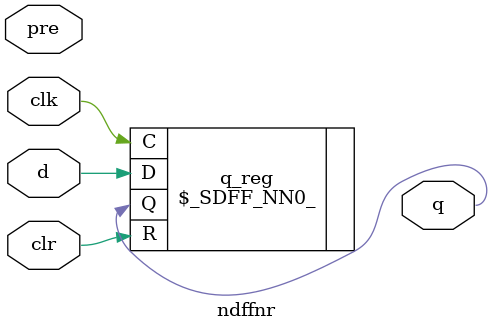
<source format=v>
/* Generated by Yosys 0.55+46 (git sha1 aa1daa702, g++ 11.4.0-1ubuntu1~22.04 -fPIC -O3) */

(* top =  1  *)
(* src = "dut.sv:40.1-51.10" *)
module ndffnr(d, clk, pre, clr, q);
  (* src = "dut.sv:40.25-40.28" *)
  input clk;
  wire clk;
  (* src = "dut.sv:40.35-40.38" *)
  input clr;
  wire clr;
  (* src = "dut.sv:40.22-40.23" *)
  input d;
  wire d;
  (* src = "dut.sv:40.30-40.33" *)
  input pre;
  wire pre;
  (* init = 1'h0 *)
  (* src = "dut.sv:40.51-40.52" *)
  output q;
  wire q;
  (* src = "dut.sv:46.5-50.16" *)
  \$_SDFF_NN0_  q_reg /* _0_ */ (
    .C(clk),
    .D(d),
    .Q(q),
    .R(clr)
  );
endmodule

</source>
